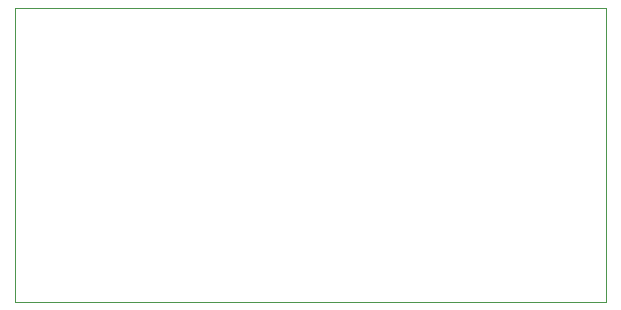
<source format=gbr>
%TF.GenerationSoftware,KiCad,Pcbnew,(5.1.9-0-10_14)*%
%TF.CreationDate,2021-05-24T21:49:32+02:00*%
%TF.ProjectId,MFM-Module-SEN0313,4d464d2d-4d6f-4647-956c-652d53454e30,rev?*%
%TF.SameCoordinates,PX82714f8PY6141b48*%
%TF.FileFunction,Profile,NP*%
%FSLAX46Y46*%
G04 Gerber Fmt 4.6, Leading zero omitted, Abs format (unit mm)*
G04 Created by KiCad (PCBNEW (5.1.9-0-10_14)) date 2021-05-24 21:49:32*
%MOMM*%
%LPD*%
G01*
G04 APERTURE LIST*
%TA.AperFunction,Profile*%
%ADD10C,0.050000*%
%TD*%
G04 APERTURE END LIST*
D10*
X0Y24955500D02*
X0Y0D01*
X50038000Y24955500D02*
X0Y24955500D01*
X50038000Y0D02*
X50038000Y24955500D01*
X0Y0D02*
X50038000Y0D01*
M02*

</source>
